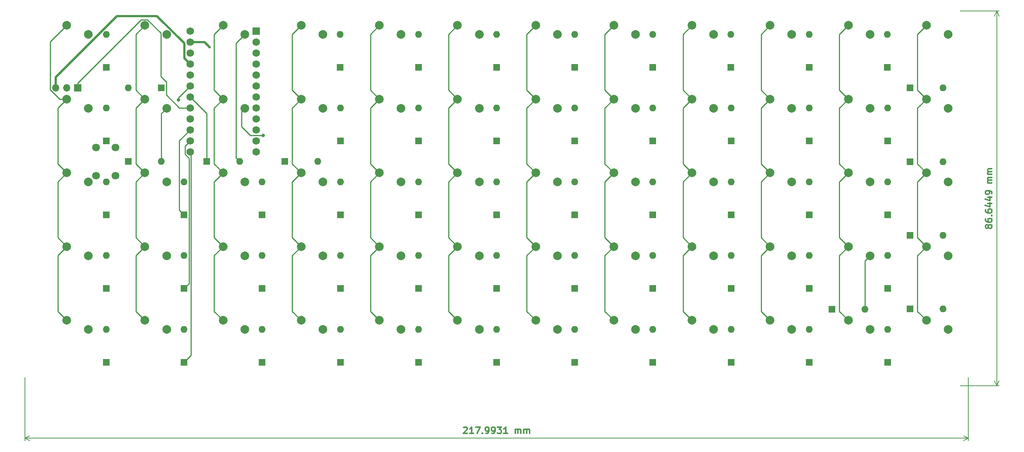
<source format=gtl>
G04 #@! TF.GenerationSoftware,KiCad,Pcbnew,7.0.1*
G04 #@! TF.CreationDate,2023-04-06T14:22:37+02:00*
G04 #@! TF.ProjectId,velociraptor,76656c6f-6369-4726-9170-746f722e6b69,rev?*
G04 #@! TF.SameCoordinates,Original*
G04 #@! TF.FileFunction,Copper,L1,Top*
G04 #@! TF.FilePolarity,Positive*
%FSLAX46Y46*%
G04 Gerber Fmt 4.6, Leading zero omitted, Abs format (unit mm)*
G04 Created by KiCad (PCBNEW 7.0.1) date 2023-04-06 14:22:37*
%MOMM*%
%LPD*%
G01*
G04 APERTURE LIST*
%ADD10C,0.300000*%
G04 #@! TA.AperFunction,NonConductor*
%ADD11C,0.300000*%
G04 #@! TD*
G04 #@! TA.AperFunction,NonConductor*
%ADD12C,0.200000*%
G04 #@! TD*
G04 #@! TA.AperFunction,ComponentPad*
%ADD13R,1.600000X1.600000*%
G04 #@! TD*
G04 #@! TA.AperFunction,ComponentPad*
%ADD14O,1.600000X1.600000*%
G04 #@! TD*
G04 #@! TA.AperFunction,ComponentPad*
%ADD15C,2.000000*%
G04 #@! TD*
G04 #@! TA.AperFunction,ComponentPad*
%ADD16R,1.700000X1.700000*%
G04 #@! TD*
G04 #@! TA.AperFunction,ComponentPad*
%ADD17O,1.700000X1.700000*%
G04 #@! TD*
G04 #@! TA.AperFunction,ComponentPad*
%ADD18C,1.800000*%
G04 #@! TD*
G04 #@! TA.AperFunction,ComponentPad*
%ADD19R,1.752600X1.752600*%
G04 #@! TD*
G04 #@! TA.AperFunction,ComponentPad*
%ADD20C,1.752600*%
G04 #@! TD*
G04 #@! TA.AperFunction,ViaPad*
%ADD21C,0.800000*%
G04 #@! TD*
G04 #@! TA.AperFunction,ViaPad*
%ADD22C,0.600000*%
G04 #@! TD*
G04 #@! TA.AperFunction,Conductor*
%ADD23C,0.250000*%
G04 #@! TD*
G04 #@! TA.AperFunction,Conductor*
%ADD24C,0.508000*%
G04 #@! TD*
G04 APERTURE END LIST*
D10*
D11*
X255811785Y-75467855D02*
X255740357Y-75610712D01*
X255740357Y-75610712D02*
X255668928Y-75682141D01*
X255668928Y-75682141D02*
X255526071Y-75753569D01*
X255526071Y-75753569D02*
X255454642Y-75753569D01*
X255454642Y-75753569D02*
X255311785Y-75682141D01*
X255311785Y-75682141D02*
X255240357Y-75610712D01*
X255240357Y-75610712D02*
X255168928Y-75467855D01*
X255168928Y-75467855D02*
X255168928Y-75182141D01*
X255168928Y-75182141D02*
X255240357Y-75039284D01*
X255240357Y-75039284D02*
X255311785Y-74967855D01*
X255311785Y-74967855D02*
X255454642Y-74896426D01*
X255454642Y-74896426D02*
X255526071Y-74896426D01*
X255526071Y-74896426D02*
X255668928Y-74967855D01*
X255668928Y-74967855D02*
X255740357Y-75039284D01*
X255740357Y-75039284D02*
X255811785Y-75182141D01*
X255811785Y-75182141D02*
X255811785Y-75467855D01*
X255811785Y-75467855D02*
X255883214Y-75610712D01*
X255883214Y-75610712D02*
X255954642Y-75682141D01*
X255954642Y-75682141D02*
X256097500Y-75753569D01*
X256097500Y-75753569D02*
X256383214Y-75753569D01*
X256383214Y-75753569D02*
X256526071Y-75682141D01*
X256526071Y-75682141D02*
X256597500Y-75610712D01*
X256597500Y-75610712D02*
X256668928Y-75467855D01*
X256668928Y-75467855D02*
X256668928Y-75182141D01*
X256668928Y-75182141D02*
X256597500Y-75039284D01*
X256597500Y-75039284D02*
X256526071Y-74967855D01*
X256526071Y-74967855D02*
X256383214Y-74896426D01*
X256383214Y-74896426D02*
X256097500Y-74896426D01*
X256097500Y-74896426D02*
X255954642Y-74967855D01*
X255954642Y-74967855D02*
X255883214Y-75039284D01*
X255883214Y-75039284D02*
X255811785Y-75182141D01*
X255168928Y-73610713D02*
X255168928Y-73896427D01*
X255168928Y-73896427D02*
X255240357Y-74039284D01*
X255240357Y-74039284D02*
X255311785Y-74110713D01*
X255311785Y-74110713D02*
X255526071Y-74253570D01*
X255526071Y-74253570D02*
X255811785Y-74324998D01*
X255811785Y-74324998D02*
X256383214Y-74324998D01*
X256383214Y-74324998D02*
X256526071Y-74253570D01*
X256526071Y-74253570D02*
X256597500Y-74182141D01*
X256597500Y-74182141D02*
X256668928Y-74039284D01*
X256668928Y-74039284D02*
X256668928Y-73753570D01*
X256668928Y-73753570D02*
X256597500Y-73610713D01*
X256597500Y-73610713D02*
X256526071Y-73539284D01*
X256526071Y-73539284D02*
X256383214Y-73467855D01*
X256383214Y-73467855D02*
X256026071Y-73467855D01*
X256026071Y-73467855D02*
X255883214Y-73539284D01*
X255883214Y-73539284D02*
X255811785Y-73610713D01*
X255811785Y-73610713D02*
X255740357Y-73753570D01*
X255740357Y-73753570D02*
X255740357Y-74039284D01*
X255740357Y-74039284D02*
X255811785Y-74182141D01*
X255811785Y-74182141D02*
X255883214Y-74253570D01*
X255883214Y-74253570D02*
X256026071Y-74324998D01*
X256526071Y-72824999D02*
X256597500Y-72753570D01*
X256597500Y-72753570D02*
X256668928Y-72824999D01*
X256668928Y-72824999D02*
X256597500Y-72896427D01*
X256597500Y-72896427D02*
X256526071Y-72824999D01*
X256526071Y-72824999D02*
X256668928Y-72824999D01*
X255168928Y-71467856D02*
X255168928Y-71753570D01*
X255168928Y-71753570D02*
X255240357Y-71896427D01*
X255240357Y-71896427D02*
X255311785Y-71967856D01*
X255311785Y-71967856D02*
X255526071Y-72110713D01*
X255526071Y-72110713D02*
X255811785Y-72182141D01*
X255811785Y-72182141D02*
X256383214Y-72182141D01*
X256383214Y-72182141D02*
X256526071Y-72110713D01*
X256526071Y-72110713D02*
X256597500Y-72039284D01*
X256597500Y-72039284D02*
X256668928Y-71896427D01*
X256668928Y-71896427D02*
X256668928Y-71610713D01*
X256668928Y-71610713D02*
X256597500Y-71467856D01*
X256597500Y-71467856D02*
X256526071Y-71396427D01*
X256526071Y-71396427D02*
X256383214Y-71324998D01*
X256383214Y-71324998D02*
X256026071Y-71324998D01*
X256026071Y-71324998D02*
X255883214Y-71396427D01*
X255883214Y-71396427D02*
X255811785Y-71467856D01*
X255811785Y-71467856D02*
X255740357Y-71610713D01*
X255740357Y-71610713D02*
X255740357Y-71896427D01*
X255740357Y-71896427D02*
X255811785Y-72039284D01*
X255811785Y-72039284D02*
X255883214Y-72110713D01*
X255883214Y-72110713D02*
X256026071Y-72182141D01*
X255668928Y-70039285D02*
X256668928Y-70039285D01*
X255097500Y-70396427D02*
X256168928Y-70753570D01*
X256168928Y-70753570D02*
X256168928Y-69824999D01*
X255668928Y-68610714D02*
X256668928Y-68610714D01*
X255097500Y-68967856D02*
X256168928Y-69324999D01*
X256168928Y-69324999D02*
X256168928Y-68396428D01*
X256668928Y-67753571D02*
X256668928Y-67467857D01*
X256668928Y-67467857D02*
X256597500Y-67325000D01*
X256597500Y-67325000D02*
X256526071Y-67253571D01*
X256526071Y-67253571D02*
X256311785Y-67110714D01*
X256311785Y-67110714D02*
X256026071Y-67039285D01*
X256026071Y-67039285D02*
X255454642Y-67039285D01*
X255454642Y-67039285D02*
X255311785Y-67110714D01*
X255311785Y-67110714D02*
X255240357Y-67182143D01*
X255240357Y-67182143D02*
X255168928Y-67325000D01*
X255168928Y-67325000D02*
X255168928Y-67610714D01*
X255168928Y-67610714D02*
X255240357Y-67753571D01*
X255240357Y-67753571D02*
X255311785Y-67825000D01*
X255311785Y-67825000D02*
X255454642Y-67896428D01*
X255454642Y-67896428D02*
X255811785Y-67896428D01*
X255811785Y-67896428D02*
X255954642Y-67825000D01*
X255954642Y-67825000D02*
X256026071Y-67753571D01*
X256026071Y-67753571D02*
X256097500Y-67610714D01*
X256097500Y-67610714D02*
X256097500Y-67325000D01*
X256097500Y-67325000D02*
X256026071Y-67182143D01*
X256026071Y-67182143D02*
X255954642Y-67110714D01*
X255954642Y-67110714D02*
X255811785Y-67039285D01*
X256668928Y-65253572D02*
X255668928Y-65253572D01*
X255811785Y-65253572D02*
X255740357Y-65182143D01*
X255740357Y-65182143D02*
X255668928Y-65039286D01*
X255668928Y-65039286D02*
X255668928Y-64825000D01*
X255668928Y-64825000D02*
X255740357Y-64682143D01*
X255740357Y-64682143D02*
X255883214Y-64610715D01*
X255883214Y-64610715D02*
X256668928Y-64610715D01*
X255883214Y-64610715D02*
X255740357Y-64539286D01*
X255740357Y-64539286D02*
X255668928Y-64396429D01*
X255668928Y-64396429D02*
X255668928Y-64182143D01*
X255668928Y-64182143D02*
X255740357Y-64039286D01*
X255740357Y-64039286D02*
X255883214Y-63967857D01*
X255883214Y-63967857D02*
X256668928Y-63967857D01*
X256668928Y-63253572D02*
X255668928Y-63253572D01*
X255811785Y-63253572D02*
X255740357Y-63182143D01*
X255740357Y-63182143D02*
X255668928Y-63039286D01*
X255668928Y-63039286D02*
X255668928Y-62825000D01*
X255668928Y-62825000D02*
X255740357Y-62682143D01*
X255740357Y-62682143D02*
X255883214Y-62610715D01*
X255883214Y-62610715D02*
X256668928Y-62610715D01*
X255883214Y-62610715D02*
X255740357Y-62539286D01*
X255740357Y-62539286D02*
X255668928Y-62396429D01*
X255668928Y-62396429D02*
X255668928Y-62182143D01*
X255668928Y-62182143D02*
X255740357Y-62039286D01*
X255740357Y-62039286D02*
X255883214Y-61967857D01*
X255883214Y-61967857D02*
X256668928Y-61967857D01*
D12*
X249366202Y-112147453D02*
X258361420Y-112147453D01*
X249366202Y-25502547D02*
X258361420Y-25502547D01*
X257775000Y-112147453D02*
X257775000Y-25502547D01*
X257775000Y-112147453D02*
X257775000Y-25502547D01*
X257775000Y-112147453D02*
X257188579Y-111020949D01*
X257775000Y-112147453D02*
X258361421Y-111020949D01*
X257775000Y-25502547D02*
X258361421Y-26629051D01*
X257775000Y-25502547D02*
X257188579Y-26629051D01*
D10*
D11*
X134608054Y-121861785D02*
X134679482Y-121790357D01*
X134679482Y-121790357D02*
X134822340Y-121718928D01*
X134822340Y-121718928D02*
X135179482Y-121718928D01*
X135179482Y-121718928D02*
X135322340Y-121790357D01*
X135322340Y-121790357D02*
X135393768Y-121861785D01*
X135393768Y-121861785D02*
X135465197Y-122004642D01*
X135465197Y-122004642D02*
X135465197Y-122147499D01*
X135465197Y-122147499D02*
X135393768Y-122361785D01*
X135393768Y-122361785D02*
X134536625Y-123218928D01*
X134536625Y-123218928D02*
X135465197Y-123218928D01*
X136893768Y-123218928D02*
X136036625Y-123218928D01*
X136465196Y-123218928D02*
X136465196Y-121718928D01*
X136465196Y-121718928D02*
X136322339Y-121933214D01*
X136322339Y-121933214D02*
X136179482Y-122076071D01*
X136179482Y-122076071D02*
X136036625Y-122147499D01*
X137393767Y-121718928D02*
X138393767Y-121718928D01*
X138393767Y-121718928D02*
X137750910Y-123218928D01*
X138965195Y-123076071D02*
X139036624Y-123147499D01*
X139036624Y-123147499D02*
X138965195Y-123218928D01*
X138965195Y-123218928D02*
X138893767Y-123147499D01*
X138893767Y-123147499D02*
X138965195Y-123076071D01*
X138965195Y-123076071D02*
X138965195Y-123218928D01*
X139750910Y-123218928D02*
X140036624Y-123218928D01*
X140036624Y-123218928D02*
X140179481Y-123147499D01*
X140179481Y-123147499D02*
X140250910Y-123076071D01*
X140250910Y-123076071D02*
X140393767Y-122861785D01*
X140393767Y-122861785D02*
X140465196Y-122576071D01*
X140465196Y-122576071D02*
X140465196Y-122004642D01*
X140465196Y-122004642D02*
X140393767Y-121861785D01*
X140393767Y-121861785D02*
X140322339Y-121790357D01*
X140322339Y-121790357D02*
X140179481Y-121718928D01*
X140179481Y-121718928D02*
X139893767Y-121718928D01*
X139893767Y-121718928D02*
X139750910Y-121790357D01*
X139750910Y-121790357D02*
X139679481Y-121861785D01*
X139679481Y-121861785D02*
X139608053Y-122004642D01*
X139608053Y-122004642D02*
X139608053Y-122361785D01*
X139608053Y-122361785D02*
X139679481Y-122504642D01*
X139679481Y-122504642D02*
X139750910Y-122576071D01*
X139750910Y-122576071D02*
X139893767Y-122647499D01*
X139893767Y-122647499D02*
X140179481Y-122647499D01*
X140179481Y-122647499D02*
X140322338Y-122576071D01*
X140322338Y-122576071D02*
X140393767Y-122504642D01*
X140393767Y-122504642D02*
X140465196Y-122361785D01*
X141179481Y-123218928D02*
X141465195Y-123218928D01*
X141465195Y-123218928D02*
X141608052Y-123147499D01*
X141608052Y-123147499D02*
X141679481Y-123076071D01*
X141679481Y-123076071D02*
X141822338Y-122861785D01*
X141822338Y-122861785D02*
X141893767Y-122576071D01*
X141893767Y-122576071D02*
X141893767Y-122004642D01*
X141893767Y-122004642D02*
X141822338Y-121861785D01*
X141822338Y-121861785D02*
X141750910Y-121790357D01*
X141750910Y-121790357D02*
X141608052Y-121718928D01*
X141608052Y-121718928D02*
X141322338Y-121718928D01*
X141322338Y-121718928D02*
X141179481Y-121790357D01*
X141179481Y-121790357D02*
X141108052Y-121861785D01*
X141108052Y-121861785D02*
X141036624Y-122004642D01*
X141036624Y-122004642D02*
X141036624Y-122361785D01*
X141036624Y-122361785D02*
X141108052Y-122504642D01*
X141108052Y-122504642D02*
X141179481Y-122576071D01*
X141179481Y-122576071D02*
X141322338Y-122647499D01*
X141322338Y-122647499D02*
X141608052Y-122647499D01*
X141608052Y-122647499D02*
X141750909Y-122576071D01*
X141750909Y-122576071D02*
X141822338Y-122504642D01*
X141822338Y-122504642D02*
X141893767Y-122361785D01*
X142393766Y-121718928D02*
X143322338Y-121718928D01*
X143322338Y-121718928D02*
X142822338Y-122290357D01*
X142822338Y-122290357D02*
X143036623Y-122290357D01*
X143036623Y-122290357D02*
X143179481Y-122361785D01*
X143179481Y-122361785D02*
X143250909Y-122433214D01*
X143250909Y-122433214D02*
X143322338Y-122576071D01*
X143322338Y-122576071D02*
X143322338Y-122933214D01*
X143322338Y-122933214D02*
X143250909Y-123076071D01*
X143250909Y-123076071D02*
X143179480Y-123147500D01*
X143179480Y-123147500D02*
X143036623Y-123218928D01*
X143036623Y-123218928D02*
X142608052Y-123218928D01*
X142608052Y-123218928D02*
X142465195Y-123147500D01*
X142465195Y-123147500D02*
X142393766Y-123076071D01*
X144750909Y-123218928D02*
X143893766Y-123218928D01*
X144322337Y-123218928D02*
X144322337Y-121718928D01*
X144322337Y-121718928D02*
X144179480Y-121933214D01*
X144179480Y-121933214D02*
X144036623Y-122076071D01*
X144036623Y-122076071D02*
X143893766Y-122147500D01*
X146536622Y-123218928D02*
X146536622Y-122218928D01*
X146536622Y-122361785D02*
X146608051Y-122290357D01*
X146608051Y-122290357D02*
X146750908Y-122218928D01*
X146750908Y-122218928D02*
X146965194Y-122218928D01*
X146965194Y-122218928D02*
X147108051Y-122290357D01*
X147108051Y-122290357D02*
X147179480Y-122433214D01*
X147179480Y-122433214D02*
X147179479Y-123218928D01*
X147179480Y-122433214D02*
X147250908Y-122290357D01*
X147250908Y-122290357D02*
X147393765Y-122218928D01*
X147393765Y-122218928D02*
X147608051Y-122218928D01*
X147608051Y-122218928D02*
X147750908Y-122290357D01*
X147750908Y-122290357D02*
X147822337Y-122433214D01*
X147822337Y-122433214D02*
X147822337Y-123218928D01*
X148536622Y-123218928D02*
X148536622Y-122218928D01*
X148536622Y-122361785D02*
X148608051Y-122290357D01*
X148608051Y-122290357D02*
X148750908Y-122218928D01*
X148750908Y-122218928D02*
X148965194Y-122218928D01*
X148965194Y-122218928D02*
X149108051Y-122290357D01*
X149108051Y-122290357D02*
X149179480Y-122433214D01*
X149179480Y-122433214D02*
X149179479Y-123218928D01*
X149179480Y-122433214D02*
X149250908Y-122290357D01*
X149250908Y-122290357D02*
X149393765Y-122218928D01*
X149393765Y-122218928D02*
X149608051Y-122218928D01*
X149608051Y-122218928D02*
X149750908Y-122290357D01*
X149750908Y-122290357D02*
X149822337Y-122433214D01*
X149822337Y-122433214D02*
X149822337Y-123218928D01*
D12*
X33254367Y-110266202D02*
X33254367Y-124911419D01*
X251247452Y-110266203D02*
X251247452Y-124911420D01*
X33254367Y-124324999D02*
X251247452Y-124325000D01*
X33254367Y-124324999D02*
X251247452Y-124325000D01*
X33254367Y-124324999D02*
X34380871Y-123738578D01*
X33254367Y-124324999D02*
X34380871Y-124911420D01*
X251247452Y-124325000D02*
X250120948Y-124911421D01*
X251247452Y-124325000D02*
X250120948Y-123738579D01*
D13*
X64816199Y-43230000D03*
D14*
X57196199Y-43230000D03*
D15*
X205441239Y-79987500D03*
X210441239Y-82087500D03*
D13*
X232525000Y-38510000D03*
D14*
X232525000Y-30890000D03*
D15*
X61006199Y-79987500D03*
X66006199Y-82087500D03*
D16*
X45476819Y-43250000D03*
D17*
X42936819Y-43250000D03*
X40396819Y-43250000D03*
D13*
X232549999Y-72635000D03*
D14*
X232549999Y-65015000D03*
D15*
X151278099Y-28800000D03*
X156278099Y-30900000D03*
D13*
X196400000Y-72635000D03*
D14*
X196400000Y-65015000D03*
D13*
X232549999Y-106760000D03*
D14*
X232549999Y-99140000D03*
D15*
X241549999Y-79987500D03*
X246549999Y-82087500D03*
D13*
X106169339Y-55572500D03*
D14*
X106169339Y-47952500D03*
D15*
X151278099Y-45862500D03*
X156278099Y-47962500D03*
D13*
X160300000Y-89697500D03*
D14*
X160300000Y-82077500D03*
D13*
X142250000Y-89697500D03*
D14*
X142250000Y-82077500D03*
D15*
X97114959Y-45862500D03*
X102114959Y-47962500D03*
X133223719Y-97050000D03*
X138223719Y-99150000D03*
X133223719Y-79987500D03*
X138223719Y-82087500D03*
D13*
X106125000Y-38510000D03*
D14*
X106125000Y-30890000D03*
D15*
X151278099Y-79987500D03*
X156278099Y-82087500D03*
X169332479Y-45862500D03*
X174332479Y-47962500D03*
X115169339Y-45862500D03*
X120169339Y-47962500D03*
D13*
X124200000Y-89697500D03*
D14*
X124200000Y-82077500D03*
D15*
X169332479Y-79987500D03*
X174332479Y-82087500D03*
D13*
X124200000Y-106760000D03*
D14*
X124200000Y-99140000D03*
D13*
X178350000Y-106760000D03*
D14*
X178350000Y-99140000D03*
D15*
X61006199Y-62925000D03*
X66006199Y-65025000D03*
X187386859Y-45862500D03*
X192386859Y-47962500D03*
D13*
X214425000Y-38510000D03*
D14*
X214425000Y-30890000D03*
D13*
X237739999Y-94425000D03*
D14*
X245359999Y-94425000D03*
D13*
X70060579Y-106760000D03*
D14*
X70060579Y-99140000D03*
D15*
X169332479Y-28800000D03*
X174332479Y-30900000D03*
D13*
X196400000Y-89697500D03*
D14*
X196400000Y-82077500D03*
D15*
X115169339Y-28800000D03*
X120169339Y-30900000D03*
X187386859Y-79987500D03*
X192386859Y-82087500D03*
D13*
X70060579Y-89697500D03*
D14*
X70060579Y-82077500D03*
D13*
X178350000Y-72635000D03*
D14*
X178350000Y-65015000D03*
D13*
X142225000Y-38510000D03*
D14*
X142225000Y-30890000D03*
D13*
X196375000Y-38510000D03*
D14*
X196375000Y-30890000D03*
D13*
X57196199Y-60300000D03*
D14*
X64816199Y-60300000D03*
D15*
X79060579Y-62925000D03*
X84060579Y-65025000D03*
X223495619Y-62925000D03*
X228495619Y-65025000D03*
D13*
X219685619Y-94475000D03*
D14*
X227305619Y-94475000D03*
D15*
X151278099Y-97050000D03*
X156278099Y-99150000D03*
D13*
X52050000Y-72635000D03*
D14*
X52050000Y-65015000D03*
D13*
X214500000Y-89697500D03*
D14*
X214500000Y-82077500D03*
D15*
X223495619Y-97050000D03*
X228495619Y-99150000D03*
D13*
X237739999Y-60325000D03*
D14*
X245359999Y-60325000D03*
D15*
X133223719Y-28800000D03*
X138223719Y-30900000D03*
X223495619Y-28800000D03*
X228495619Y-30900000D03*
X205441239Y-28800000D03*
X210441239Y-30900000D03*
X61006199Y-28800000D03*
X66006199Y-30900000D03*
X79060579Y-97050000D03*
X84060579Y-99150000D03*
D13*
X124194339Y-38510000D03*
D14*
X124194339Y-30890000D03*
D13*
X106169339Y-106760000D03*
D14*
X106169339Y-99140000D03*
D15*
X79060579Y-79987500D03*
X84060579Y-82087500D03*
X115169339Y-62925000D03*
X120169339Y-65025000D03*
X61006199Y-45862500D03*
X66006199Y-47962500D03*
X205441239Y-97050000D03*
X210441239Y-99150000D03*
X42951819Y-79987500D03*
X47951819Y-82087500D03*
D13*
X214500000Y-55572500D03*
D14*
X214500000Y-47952500D03*
D13*
X52050000Y-55572500D03*
D14*
X52050000Y-47952500D03*
D15*
X241549999Y-28800000D03*
X246549999Y-30900000D03*
X42951819Y-28800000D03*
X47951819Y-30900000D03*
D13*
X52050000Y-106760000D03*
D14*
X52050000Y-99140000D03*
D13*
X178350000Y-55572500D03*
D14*
X178350000Y-47952500D03*
D15*
X115169339Y-79987500D03*
X120169339Y-82087500D03*
D13*
X160300000Y-72635000D03*
D14*
X160300000Y-65015000D03*
D13*
X93304959Y-60300000D03*
D14*
X100924959Y-60300000D03*
D15*
X223495619Y-79987500D03*
X228495619Y-82087500D03*
X205441239Y-62925000D03*
X210441239Y-65025000D03*
D13*
X142250000Y-72635000D03*
D14*
X142250000Y-65015000D03*
D13*
X70060579Y-72635000D03*
D14*
X70060579Y-65015000D03*
D13*
X88100000Y-106760000D03*
D14*
X88100000Y-99140000D03*
D13*
X196400000Y-55572500D03*
D14*
X196400000Y-47952500D03*
D13*
X142250000Y-106760000D03*
D14*
X142250000Y-99140000D03*
D13*
X75250579Y-60300000D03*
D14*
X82870579Y-60300000D03*
D15*
X241549999Y-62925000D03*
X246549999Y-65025000D03*
X187386859Y-28800000D03*
X192386859Y-30900000D03*
D13*
X52050000Y-89697500D03*
D14*
X52050000Y-82077500D03*
D13*
X178325000Y-38510000D03*
D14*
X178325000Y-30890000D03*
D15*
X241549999Y-45862500D03*
X246549999Y-47962500D03*
X42951819Y-62925000D03*
X47951819Y-65025000D03*
X97114959Y-28800000D03*
X102114959Y-30900000D03*
X151278099Y-62925000D03*
X156278099Y-65025000D03*
X61006199Y-97050000D03*
X66006199Y-99150000D03*
X42951819Y-97050000D03*
X47951819Y-99150000D03*
X133223719Y-62925000D03*
X138223719Y-65025000D03*
D13*
X124200000Y-72635000D03*
D14*
X124200000Y-65015000D03*
D15*
X187386859Y-62925000D03*
X192386859Y-65025000D03*
X133223719Y-45862500D03*
X138223719Y-47962500D03*
D13*
X124200000Y-55572500D03*
D14*
X124200000Y-47952500D03*
D15*
X241549999Y-97050000D03*
X246549999Y-99150000D03*
D13*
X160300000Y-55572500D03*
D14*
X160300000Y-47952500D03*
D13*
X214500000Y-106760000D03*
D14*
X214500000Y-99140000D03*
D13*
X214500000Y-72635000D03*
D14*
X214500000Y-65015000D03*
D13*
X106169339Y-89697500D03*
D14*
X106169339Y-82077500D03*
D13*
X88100000Y-72635000D03*
D14*
X88100000Y-65015000D03*
D15*
X97114959Y-79987500D03*
X102114959Y-82087500D03*
D13*
X237739999Y-77387500D03*
D14*
X245359999Y-77387500D03*
D15*
X115169339Y-97050000D03*
X120169339Y-99150000D03*
D13*
X160275000Y-38510000D03*
D14*
X160275000Y-30890000D03*
D13*
X160300000Y-106760000D03*
D14*
X160300000Y-99140000D03*
D13*
X52050000Y-38510000D03*
D14*
X52050000Y-30890000D03*
D13*
X196400000Y-106760000D03*
D14*
X196400000Y-99140000D03*
D13*
X237739999Y-43225000D03*
D14*
X245359999Y-43225000D03*
D13*
X106169339Y-72635000D03*
D14*
X106169339Y-65015000D03*
D13*
X88100000Y-89697500D03*
D14*
X88100000Y-82077500D03*
D13*
X142250000Y-55572500D03*
D14*
X142250000Y-47952500D03*
D15*
X97114959Y-62925000D03*
X102114959Y-65025000D03*
X169332479Y-97050000D03*
X174332479Y-99150000D03*
D13*
X232549999Y-55572500D03*
D14*
X232549999Y-47952500D03*
D13*
X178350000Y-89697500D03*
D14*
X178350000Y-82077500D03*
D15*
X223495619Y-45862500D03*
X228495619Y-47962500D03*
D13*
X232549999Y-89697500D03*
D14*
X232549999Y-82077500D03*
D15*
X42951819Y-45862500D03*
X47951819Y-47962500D03*
X187386859Y-97050000D03*
X192386859Y-99150000D03*
X79060579Y-45862500D03*
X84060579Y-47962500D03*
X97114959Y-97050000D03*
X102114959Y-99150000D03*
X79060579Y-28800000D03*
X84060579Y-30900000D03*
X205441239Y-45862500D03*
X210441239Y-47962500D03*
X169332479Y-62925000D03*
X174332479Y-65025000D03*
D18*
X54229009Y-57043750D03*
X49729009Y-63543750D03*
X49729009Y-57043750D03*
X54229009Y-63543750D03*
D19*
X86680579Y-30116750D03*
D20*
X86680579Y-32656750D03*
X86680579Y-35196750D03*
X86680579Y-37736750D03*
X86680579Y-40276750D03*
X86680579Y-42816750D03*
X86680579Y-45356750D03*
X86680579Y-47896750D03*
X86680579Y-50436750D03*
X86680579Y-52976750D03*
X86680579Y-55516750D03*
X86680579Y-58056750D03*
X71440579Y-58056750D03*
X71440579Y-55516750D03*
X71440579Y-52976750D03*
X71440579Y-50436750D03*
X71440579Y-47896750D03*
X71440579Y-45356750D03*
X71440579Y-42816750D03*
X71440579Y-40276750D03*
X71440579Y-37736750D03*
X71440579Y-35196750D03*
X71440579Y-32656750D03*
X71440579Y-30116750D03*
D21*
X68725000Y-46081250D03*
D22*
X75950000Y-33825000D03*
D21*
X88325000Y-54250000D03*
D23*
X39150000Y-32601819D02*
X42951819Y-28800000D01*
X40876818Y-77912499D02*
X40876818Y-65000001D01*
X39150000Y-43664882D02*
X39150000Y-32601819D01*
X42951819Y-97050000D02*
X40876818Y-94974999D01*
X42951819Y-79987500D02*
X40876818Y-77912499D01*
X42951819Y-62925000D02*
X40876818Y-60849999D01*
X40876818Y-94974999D02*
X40876818Y-82062501D01*
X40876818Y-60849999D02*
X40876818Y-47937501D01*
X40876818Y-65000001D02*
X42951819Y-62925000D01*
X42951819Y-45862500D02*
X41347618Y-45862500D01*
X41347618Y-45862500D02*
X39150000Y-43664882D01*
X40876818Y-47937501D02*
X42951819Y-45862500D01*
X40876818Y-82062501D02*
X42951819Y-79987500D01*
X58931198Y-82062501D02*
X61006199Y-79987500D01*
X61006199Y-62925000D02*
X58931198Y-60849999D01*
X61006199Y-45862500D02*
X58931198Y-43787499D01*
X58931198Y-94974999D02*
X58931198Y-82062501D01*
X58931198Y-60849999D02*
X58931198Y-47937501D01*
X58931198Y-77912499D02*
X58931198Y-65000001D01*
X58931198Y-30875001D02*
X61006199Y-28800000D01*
X58931198Y-43787499D02*
X58931198Y-30875001D01*
X61006199Y-97050000D02*
X58931198Y-94974999D01*
X58931198Y-65000001D02*
X61006199Y-62925000D01*
X68725000Y-45532329D02*
X71440579Y-42816750D01*
X58931198Y-47937501D02*
X61006199Y-45862500D01*
X68725000Y-46081250D02*
X68725000Y-45532329D01*
X61006199Y-79987500D02*
X58931198Y-77912499D01*
X76985578Y-60849999D02*
X76985578Y-47937501D01*
X76985578Y-43787499D02*
X76985578Y-30875001D01*
X79060579Y-45862500D02*
X76985578Y-43787499D01*
X79060579Y-62925000D02*
X76985578Y-60849999D01*
X76985578Y-47937501D02*
X79060579Y-45862500D01*
X76985578Y-82062501D02*
X79060579Y-79987500D01*
X79060579Y-97050000D02*
X76985578Y-94974999D01*
X76985578Y-94974999D02*
X76985578Y-82062501D01*
X79060579Y-79987500D02*
X76985578Y-77912499D01*
X76985578Y-77912499D02*
X76985578Y-65000001D01*
X76985578Y-30875001D02*
X79060579Y-28800000D01*
X76985578Y-65000001D02*
X79060579Y-62925000D01*
X95039958Y-94974999D02*
X97114959Y-97050000D01*
X97114959Y-62925000D02*
X95039958Y-65000001D01*
X95039958Y-65000001D02*
X95039958Y-77912499D01*
X97114959Y-79987500D02*
X95039958Y-82062501D01*
X95039958Y-43787499D02*
X97114959Y-45862500D01*
X95039958Y-30875001D02*
X95039958Y-43787499D01*
X95039958Y-47937501D02*
X95039958Y-60849999D01*
X97114959Y-45862500D02*
X95039958Y-47937501D01*
X95039958Y-77912499D02*
X97114959Y-79987500D01*
X95039958Y-82062501D02*
X95039958Y-94974999D01*
X97114959Y-28800000D02*
X95039958Y-30875001D01*
X95039958Y-60849999D02*
X97114959Y-62925000D01*
X115169339Y-62925000D02*
X113094338Y-65000001D01*
X113094338Y-77912499D02*
X115169339Y-79987500D01*
X113094338Y-30875001D02*
X113094338Y-43787499D01*
X113094338Y-60849999D02*
X115169339Y-62925000D01*
X113094338Y-47937501D02*
X113094338Y-60849999D01*
X113094338Y-94974999D02*
X115169339Y-97050000D01*
X115169339Y-79987500D02*
X113094338Y-82062501D01*
X115169339Y-45862500D02*
X113094338Y-47937501D01*
X113094338Y-82062501D02*
X113094338Y-94974999D01*
X113094338Y-43787499D02*
X115169339Y-45862500D01*
X113094338Y-65000001D02*
X113094338Y-77912499D01*
X115169339Y-28800000D02*
X113094338Y-30875001D01*
X133223719Y-45862500D02*
X131148718Y-47937501D01*
X131148718Y-30875001D02*
X131148718Y-43787499D01*
X131148718Y-47937501D02*
X131148718Y-60849999D01*
X131148718Y-82062501D02*
X131148718Y-94974999D01*
X133223719Y-62925000D02*
X131148718Y-65000001D01*
X131148718Y-65000001D02*
X131148718Y-77912499D01*
X131148718Y-60849999D02*
X133223719Y-62925000D01*
X131148718Y-77912499D02*
X133223719Y-79987500D01*
X131148718Y-43787499D02*
X133223719Y-45862500D01*
X133223719Y-79987500D02*
X131148718Y-82062501D01*
X133223719Y-28800000D02*
X131148718Y-30875001D01*
X131148718Y-94974999D02*
X133223719Y-97050000D01*
X151278099Y-79987500D02*
X149203098Y-82062501D01*
X151278099Y-45862500D02*
X149203098Y-47937501D01*
X149203098Y-94974999D02*
X151278099Y-97050000D01*
X151278099Y-28800000D02*
X149203098Y-30875001D01*
X149203098Y-47937501D02*
X149203098Y-60849999D01*
X149203098Y-77912499D02*
X151278099Y-79987500D01*
X149203098Y-65000001D02*
X149203098Y-77912499D01*
X149203098Y-30875001D02*
X149203098Y-43787499D01*
X149203098Y-43787499D02*
X151278099Y-45862500D01*
X151278099Y-62925000D02*
X149203098Y-65000001D01*
X149203098Y-60849999D02*
X151278099Y-62925000D01*
X149203098Y-82062501D02*
X149203098Y-94974999D01*
X167257478Y-30875001D02*
X167257478Y-43787499D01*
X169332479Y-45862500D02*
X167257478Y-47937501D01*
X167257478Y-94974999D02*
X169332479Y-97050000D01*
X167257478Y-47937501D02*
X167257478Y-60849999D01*
X167257478Y-77912499D02*
X169332479Y-79987500D01*
X167257478Y-60849999D02*
X169332479Y-62925000D01*
X169332479Y-62925000D02*
X167257478Y-65000001D01*
X167257478Y-43787499D02*
X169332479Y-45862500D01*
X167257478Y-65000001D02*
X167257478Y-77912499D01*
X167257478Y-82062501D02*
X167257478Y-94974999D01*
X169332479Y-79987500D02*
X167257478Y-82062501D01*
X169332479Y-28800000D02*
X167257478Y-30875001D01*
X185311858Y-65000001D02*
X185311858Y-77912499D01*
X187386859Y-62925000D02*
X185311858Y-65000001D01*
X187386859Y-45862500D02*
X185311858Y-47937501D01*
X185311858Y-30875001D02*
X185311858Y-43787499D01*
X187386859Y-28800000D02*
X185311858Y-30875001D01*
X185311858Y-60849999D02*
X187386859Y-62925000D01*
X185311858Y-82062501D02*
X185311858Y-94974999D01*
X187386859Y-79987500D02*
X185311858Y-82062501D01*
X185311858Y-43787499D02*
X187386859Y-45862500D01*
X185311858Y-77912499D02*
X187386859Y-79987500D01*
X185311858Y-94974999D02*
X187386859Y-97050000D01*
X185311858Y-47937501D02*
X185311858Y-60849999D01*
X203366238Y-43787499D02*
X205441239Y-45862500D01*
X203366238Y-94974999D02*
X205441239Y-97050000D01*
X205441239Y-45862500D02*
X203366238Y-47937501D01*
X203366238Y-47937501D02*
X203366238Y-60849999D01*
X205441239Y-62925000D02*
X203366238Y-65000001D01*
X205441239Y-79987500D02*
X203366238Y-82062501D01*
X205441239Y-28800000D02*
X203366238Y-30875001D01*
X203366238Y-65000001D02*
X203366238Y-77912499D01*
X203366238Y-82062501D02*
X203366238Y-94974999D01*
X203366238Y-30875001D02*
X203366238Y-43787499D01*
X203366238Y-77912499D02*
X205441239Y-79987500D01*
X203366238Y-60849999D02*
X205441239Y-62925000D01*
X223495619Y-45862500D02*
X221420618Y-47937501D01*
X221420618Y-43787499D02*
X223495619Y-45862500D01*
X221420618Y-82062501D02*
X221420618Y-94974999D01*
X223495619Y-79987500D02*
X221420618Y-82062501D01*
X221420618Y-94974999D02*
X223495619Y-97050000D01*
X223495619Y-62925000D02*
X221420618Y-65000001D01*
X221420618Y-65000001D02*
X221420618Y-77912499D01*
X221420618Y-77912499D02*
X223495619Y-79987500D01*
X223495619Y-28800000D02*
X221420618Y-30875001D01*
X221420618Y-47937501D02*
X221420618Y-60849999D01*
X221420618Y-60849999D02*
X223495619Y-62925000D01*
X221420618Y-30875001D02*
X221420618Y-43787499D01*
X241549999Y-62925000D02*
X239474998Y-60849999D01*
X239474998Y-43787499D02*
X239474998Y-30875001D01*
X241549999Y-79987500D02*
X239474998Y-77912499D01*
X239474998Y-82062501D02*
X241549999Y-79987500D01*
X239474998Y-60849999D02*
X239474998Y-47937501D01*
X241549999Y-97050000D02*
X239474998Y-94974999D01*
X239474998Y-77912499D02*
X239474998Y-65000001D01*
X239474998Y-30875001D02*
X241549999Y-28800000D01*
X239474998Y-94974999D02*
X239474998Y-82062501D01*
X239474998Y-65000001D02*
X241549999Y-62925000D01*
X239474998Y-47937501D02*
X241549999Y-45862500D01*
X241549999Y-45862500D02*
X239474998Y-43787499D01*
X68946750Y-47896750D02*
X71440579Y-47896750D01*
X45476819Y-43250000D02*
X45476819Y-42150000D01*
X64681199Y-30581199D02*
X64681199Y-40656199D01*
X45476819Y-42150000D02*
X60151819Y-27475000D01*
X60151819Y-27475000D02*
X61575000Y-27475000D01*
X65950000Y-44900000D02*
X68946750Y-47896750D01*
X65950000Y-41925000D02*
X65950000Y-44900000D01*
X61575000Y-27475000D02*
X64681199Y-30581199D01*
X64681199Y-40656199D02*
X65950000Y-41925000D01*
D24*
X75950000Y-33825000D02*
X74781750Y-32656750D01*
X74781750Y-32656750D02*
X71440579Y-32656750D01*
X54541576Y-26625000D02*
X63787466Y-26625000D01*
X40396819Y-43250000D02*
X40396819Y-40769757D01*
X70110279Y-36406450D02*
X71440579Y-37736750D01*
X70110279Y-32947813D02*
X70110279Y-36406450D01*
X63787466Y-26625000D02*
X70110279Y-32947813D01*
X40396819Y-40769757D02*
X54541576Y-26625000D01*
D23*
X75250579Y-49166750D02*
X71440579Y-45356750D01*
X75250579Y-60300000D02*
X75250579Y-49166750D01*
X68935579Y-71510000D02*
X68935579Y-55481750D01*
X70060579Y-72635000D02*
X68935579Y-71510000D01*
X68935579Y-55481750D02*
X71440579Y-52976750D01*
X70239279Y-58614279D02*
X70239279Y-56718050D01*
X71185579Y-88572500D02*
X71185579Y-59560579D01*
X70060579Y-89697500D02*
X71185579Y-88572500D01*
X70239279Y-56718050D02*
X71440579Y-55516750D01*
X71185579Y-59560579D02*
X70239279Y-58614279D01*
X71635579Y-58251750D02*
X71440579Y-58056750D01*
X70060579Y-106760000D02*
X71635579Y-105185000D01*
X71635579Y-105185000D02*
X71635579Y-58251750D01*
X82870579Y-60300000D02*
X82070580Y-59500001D01*
X82070580Y-59500001D02*
X82070580Y-32889999D01*
X82070580Y-32889999D02*
X84060579Y-30900000D01*
X66006199Y-47962500D02*
X64816199Y-49152500D01*
X64816199Y-49152500D02*
X64816199Y-60300000D01*
X83275000Y-52209335D02*
X83275000Y-48748079D01*
X85315665Y-54250000D02*
X83275000Y-52209335D01*
X88325000Y-54250000D02*
X85315665Y-54250000D01*
X83275000Y-48748079D02*
X84060579Y-47962500D01*
X227305619Y-83277500D02*
X227305619Y-94475000D01*
X228495619Y-82087500D02*
X227305619Y-83277500D01*
M02*

</source>
